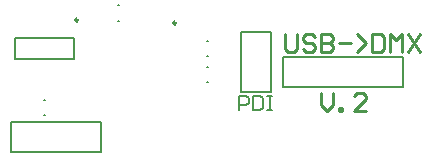
<source format=gto>
%FSLAX25Y25*%
%MOIN*%
G70*
G01*
G75*
G04 Layer_Color=65535*
%ADD10R,0.04134X0.05512*%
%ADD11O,0.02362X0.08661*%
%ADD12R,0.05315X0.06102*%
%ADD13O,0.00984X0.03740*%
%ADD14O,0.03740X0.00984*%
%ADD15R,0.20866X0.20866*%
%ADD16C,0.00787*%
%ADD17C,0.01181*%
%ADD18C,0.01575*%
%ADD19R,0.07874X0.07874*%
%ADD20C,0.07874*%
%ADD21R,0.07874X0.07874*%
%ADD22C,0.03937*%
%ADD23R,0.06102X0.05315*%
%ADD24R,0.09055X0.12598*%
%ADD25R,0.09055X0.03937*%
%ADD26C,0.03937*%
%ADD27C,0.00984*%
%ADD28C,0.01000*%
D16*
X175709Y139409D02*
X185709D01*
Y119409D02*
Y139409D01*
X175709Y119409D02*
X185709D01*
X175709D02*
Y139409D01*
X110039Y116535D02*
X110433D01*
X110039Y111811D02*
X110433D01*
X164370Y127559D02*
X164764D01*
X164370Y122835D02*
X164764D01*
X189882Y120984D02*
Y130984D01*
X229882D01*
X189882Y120984D02*
X229882D01*
Y130984D01*
X100394Y137402D02*
X120079D01*
X100394Y130315D02*
X120079D01*
Y137402D01*
X100394Y130315D02*
Y137402D01*
X99331Y99331D02*
X129331D01*
Y109331D01*
X99331D02*
X129331D01*
X99331Y99331D02*
Y109331D01*
X134843Y148327D02*
X135236D01*
X134843Y143012D02*
X135236D01*
X164370Y136516D02*
X164764D01*
X164370Y131201D02*
X164764D01*
X175197Y113386D02*
Y118109D01*
X177558D01*
X178345Y117322D01*
Y115747D01*
X177558Y114960D01*
X175197D01*
X179920Y118109D02*
Y113386D01*
X182281D01*
X183068Y114173D01*
Y117322D01*
X182281Y118109D01*
X179920D01*
X184643D02*
X186217D01*
X185430D01*
Y113386D01*
X184643D01*
X186217D01*
D27*
X121575Y143307D02*
G03*
X121575Y143307I-492J0D01*
G01*
X154232Y142323D02*
G03*
X154232Y142323I-492J0D01*
G01*
D28*
X190551Y138675D02*
Y133677D01*
X191551Y132677D01*
X193550D01*
X194550Y133677D01*
Y138675D01*
X200548Y137675D02*
X199548Y138675D01*
X197549D01*
X196549Y137675D01*
Y136676D01*
X197549Y135676D01*
X199548D01*
X200548Y134677D01*
Y133677D01*
X199548Y132677D01*
X197549D01*
X196549Y133677D01*
X202547Y138675D02*
Y132677D01*
X205546D01*
X206546Y133677D01*
Y134677D01*
X205546Y135676D01*
X202547D01*
X205546D01*
X206546Y136676D01*
Y137675D01*
X205546Y138675D01*
X202547D01*
X208545Y135676D02*
X212544D01*
X214543Y132677D02*
X217543Y135676D01*
X214543Y138675D01*
X219542D02*
Y132677D01*
X222541D01*
X223540Y133677D01*
Y137675D01*
X222541Y138675D01*
X219542D01*
X225540Y132677D02*
Y138675D01*
X227539Y136676D01*
X229539Y138675D01*
Y132677D01*
X231538Y138675D02*
X235537Y132677D01*
Y138675D02*
X231538Y132677D01*
X202362Y118990D02*
Y114991D01*
X204362Y112992D01*
X206361Y114991D01*
Y118990D01*
X208360Y112992D02*
Y113992D01*
X209360D01*
Y112992D01*
X208360D01*
X217357D02*
X213359D01*
X217357Y116991D01*
Y117991D01*
X216358Y118990D01*
X214358D01*
X213359Y117991D01*
M02*

</source>
